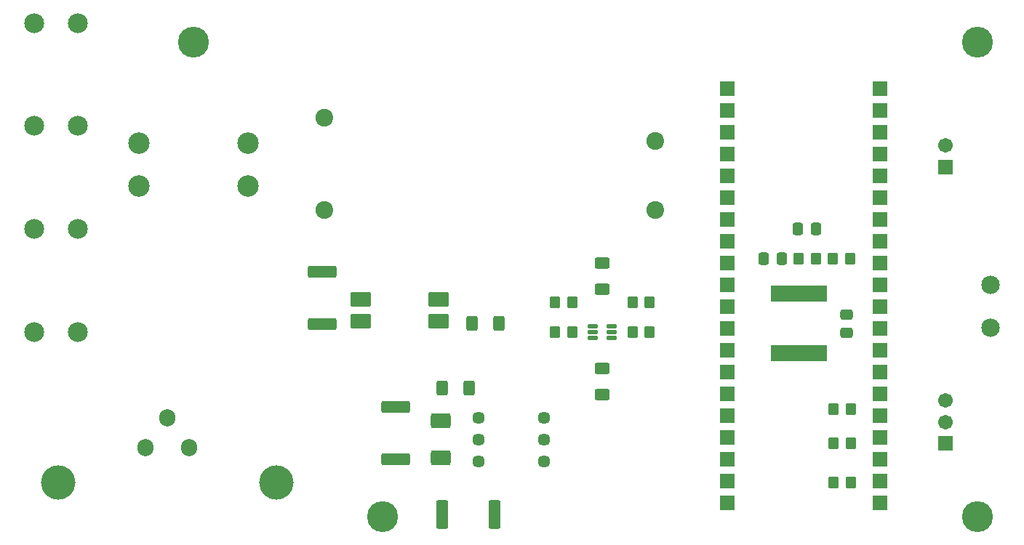
<source format=gbr>
%TF.GenerationSoftware,KiCad,Pcbnew,8.0.9-1.fc41*%
%TF.CreationDate,2025-10-07T12:33:13-07:00*%
%TF.ProjectId,silvia_pid_board,73696c76-6961-45f7-9069-645f626f6172,rev?*%
%TF.SameCoordinates,Original*%
%TF.FileFunction,Soldermask,Bot*%
%TF.FilePolarity,Negative*%
%FSLAX46Y46*%
G04 Gerber Fmt 4.6, Leading zero omitted, Abs format (unit mm)*
G04 Created by KiCad (PCBNEW 8.0.9-1.fc41) date 2025-10-07 12:33:13*
%MOMM*%
%LPD*%
G01*
G04 APERTURE LIST*
G04 Aperture macros list*
%AMRoundRect*
0 Rectangle with rounded corners*
0 $1 Rounding radius*
0 $2 $3 $4 $5 $6 $7 $8 $9 X,Y pos of 4 corners*
0 Add a 4 corners polygon primitive as box body*
4,1,4,$2,$3,$4,$5,$6,$7,$8,$9,$2,$3,0*
0 Add four circle primitives for the rounded corners*
1,1,$1+$1,$2,$3*
1,1,$1+$1,$4,$5*
1,1,$1+$1,$6,$7*
1,1,$1+$1,$8,$9*
0 Add four rect primitives between the rounded corners*
20,1,$1+$1,$2,$3,$4,$5,0*
20,1,$1+$1,$4,$5,$6,$7,0*
20,1,$1+$1,$6,$7,$8,$9,0*
20,1,$1+$1,$8,$9,$2,$3,0*%
G04 Aperture macros list end*
%ADD10C,2.304000*%
%ADD11C,3.600000*%
%ADD12C,2.154000*%
%ADD13RoundRect,0.102000X-0.754000X-0.754000X0.754000X-0.754000X0.754000X0.754000X-0.754000X0.754000X0*%
%ADD14C,2.064000*%
%ADD15RoundRect,0.102000X0.754000X-0.754000X0.754000X0.754000X-0.754000X0.754000X-0.754000X-0.754000X0*%
%ADD16C,1.712000*%
%ADD17C,4.000000*%
%ADD18O,1.905000X2.000000*%
%ADD19C,2.500000*%
%ADD20C,1.447800*%
%ADD21RoundRect,0.250000X-0.400000X-0.625000X0.400000X-0.625000X0.400000X0.625000X-0.400000X0.625000X0*%
%ADD22RoundRect,0.249999X0.450001X1.425001X-0.450001X1.425001X-0.450001X-1.425001X0.450001X-1.425001X0*%
%ADD23RoundRect,0.249999X-1.425001X0.450001X-1.425001X-0.450001X1.425001X-0.450001X1.425001X0.450001X0*%
%ADD24RoundRect,0.250000X0.350000X0.450000X-0.350000X0.450000X-0.350000X-0.450000X0.350000X-0.450000X0*%
%ADD25RoundRect,0.250000X0.337500X0.475000X-0.337500X0.475000X-0.337500X-0.475000X0.337500X-0.475000X0*%
%ADD26RoundRect,0.250000X-0.625000X0.400000X-0.625000X-0.400000X0.625000X-0.400000X0.625000X0.400000X0*%
%ADD27RoundRect,0.085500X-0.256500X0.866500X-0.256500X-0.866500X0.256500X-0.866500X0.256500X0.866500X0*%
%ADD28RoundRect,0.250000X-0.475000X0.337500X-0.475000X-0.337500X0.475000X-0.337500X0.475000X0.337500X0*%
%ADD29RoundRect,0.250000X-0.350000X-0.450000X0.350000X-0.450000X0.350000X0.450000X-0.350000X0.450000X0*%
%ADD30RoundRect,0.249999X1.425001X-0.450001X1.425001X0.450001X-1.425001X0.450001X-1.425001X-0.450001X0*%
%ADD31RoundRect,0.102000X0.500000X-0.150000X0.500000X0.150000X-0.500000X0.150000X-0.500000X-0.150000X0*%
%ADD32RoundRect,0.102000X-1.045000X-0.720000X1.045000X-0.720000X1.045000X0.720000X-1.045000X0.720000X0*%
%ADD33RoundRect,0.250000X0.625000X-0.400000X0.625000X0.400000X-0.625000X0.400000X-0.625000X-0.400000X0*%
%ADD34RoundRect,0.250001X0.899999X-0.612499X0.899999X0.612499X-0.899999X0.612499X-0.899999X-0.612499X0*%
G04 APERTURE END LIST*
D10*
%TO.C,J3*%
X4460000Y-3500000D03*
X9540000Y-3500000D03*
%TD*%
%TO.C,J1*%
X4460000Y-27500000D03*
X9540000Y-27500000D03*
%TD*%
D11*
%TO.C,H4*%
X45000000Y-61000000D03*
%TD*%
%TO.C,H3*%
X23000000Y-5750000D03*
%TD*%
D12*
%TO.C,J7*%
X115750000Y-39000000D03*
X115750000Y-34000000D03*
%TD*%
D11*
%TO.C,H1*%
X114250000Y-5750000D03*
%TD*%
D13*
%TO.C,U4*%
X102890000Y-21300000D03*
X102890000Y-18760000D03*
X102890000Y-23840000D03*
X102890000Y-28920000D03*
X102890000Y-16220000D03*
X102890000Y-41620000D03*
X102890000Y-54320000D03*
X85110000Y-16220000D03*
X85110000Y-28920000D03*
X85110000Y-41620000D03*
X85110000Y-54320000D03*
X85110000Y-11140000D03*
X85110000Y-13680000D03*
X85110000Y-18760000D03*
X85110000Y-21300000D03*
X85110000Y-23840000D03*
X85110000Y-26380000D03*
X85110000Y-31460000D03*
X85110000Y-34000000D03*
X85110000Y-36540000D03*
X85110000Y-39080000D03*
X85110000Y-44160000D03*
X85110000Y-46700000D03*
X85110000Y-49240000D03*
X85110000Y-51780000D03*
X85110000Y-56860000D03*
X85110000Y-59400000D03*
X102890000Y-59400000D03*
X102890000Y-56860000D03*
X102890000Y-51780000D03*
X102890000Y-49240000D03*
X102890000Y-46700000D03*
X102890000Y-44160000D03*
X102890000Y-39080000D03*
X102890000Y-34000000D03*
X102890000Y-31460000D03*
X102890000Y-26380000D03*
X102890000Y-36540000D03*
X102890000Y-11140000D03*
X102890000Y-13680000D03*
%TD*%
D14*
%TO.C,U2*%
X38250000Y-25250000D03*
X38250000Y-14500000D03*
X76750000Y-25250000D03*
X76750000Y-17250000D03*
%TD*%
D15*
%TO.C,J5*%
X110550000Y-20250000D03*
D16*
X110550000Y-17750000D03*
%TD*%
D15*
%TO.C,J6*%
X110550000Y-52500000D03*
D16*
X110550000Y-50000000D03*
X110550000Y-47500000D03*
%TD*%
D10*
%TO.C,J4*%
X4460000Y-39500000D03*
X9540000Y-39500000D03*
%TD*%
D17*
%TO.C,D1*%
X32660000Y-57000000D03*
X7260000Y-57000000D03*
D18*
X22500000Y-53000000D03*
X19960000Y-49500000D03*
X17420000Y-53000000D03*
%TD*%
D19*
%TO.C,F1*%
X16650000Y-17500000D03*
X16650000Y-22500000D03*
X29350000Y-17500000D03*
X29350000Y-22500000D03*
%TD*%
D11*
%TO.C,H2*%
X114250000Y-61000000D03*
%TD*%
D20*
%TO.C,U3*%
X63810000Y-54540000D03*
X63810000Y-52000000D03*
X63810000Y-49460000D03*
X56190000Y-49460000D03*
X56190000Y-52000000D03*
X56190000Y-54540000D03*
%TD*%
D10*
%TO.C,J2*%
X4460000Y-15500000D03*
X9540000Y-15500000D03*
%TD*%
D21*
%TO.C,R4*%
X51950000Y-46000000D03*
X55050000Y-46000000D03*
%TD*%
D22*
%TO.C,R2*%
X58050000Y-60750000D03*
X51950000Y-60750000D03*
%TD*%
D23*
%TO.C,R1*%
X38000000Y-32450000D03*
X38000000Y-38550000D03*
%TD*%
D24*
%TO.C,R9*%
X67090000Y-39500000D03*
X65090000Y-39500000D03*
%TD*%
D25*
%TO.C,C3*%
X91462500Y-30975000D03*
X89387500Y-30975000D03*
%TD*%
D21*
%TO.C,R11*%
X55450000Y-38500000D03*
X58550000Y-38500000D03*
%TD*%
D24*
%TO.C,R14*%
X99500000Y-52500000D03*
X97500000Y-52500000D03*
%TD*%
D26*
%TO.C,R10*%
X70590000Y-43700000D03*
X70590000Y-46800000D03*
%TD*%
D24*
%TO.C,R6*%
X76090000Y-39500000D03*
X74090000Y-39500000D03*
%TD*%
%TO.C,R13*%
X99500000Y-48500000D03*
X97500000Y-48500000D03*
%TD*%
D27*
%TO.C,U6*%
X90575000Y-35040000D03*
X91225000Y-35040000D03*
X91875000Y-35040000D03*
X92525000Y-35040000D03*
X93175000Y-35040000D03*
X93825000Y-35040000D03*
X94475000Y-35040000D03*
X95125000Y-35040000D03*
X95775000Y-35040000D03*
X96425000Y-35040000D03*
X96425000Y-41960000D03*
X95775000Y-41960000D03*
X95125000Y-41960000D03*
X94475000Y-41960000D03*
X93825000Y-41960000D03*
X93175000Y-41960000D03*
X92525000Y-41960000D03*
X91875000Y-41960000D03*
X91225000Y-41960000D03*
X90575000Y-41960000D03*
%TD*%
D28*
%TO.C,C2*%
X99000000Y-37500000D03*
X99000000Y-39575000D03*
%TD*%
D24*
%TO.C,R12*%
X99500000Y-57000000D03*
X97500000Y-57000000D03*
%TD*%
D29*
%TO.C,R7*%
X74090000Y-36000000D03*
X76090000Y-36000000D03*
%TD*%
D30*
%TO.C,R3*%
X46500000Y-54300000D03*
X46500000Y-48200000D03*
%TD*%
D24*
%TO.C,FB1*%
X95425000Y-30975000D03*
X93425000Y-30975000D03*
%TD*%
D31*
%TO.C,U5*%
X69500000Y-40160000D03*
X69500000Y-39500000D03*
X69500000Y-38840000D03*
X71680000Y-38840000D03*
X71680000Y-39500000D03*
X71680000Y-40160000D03*
%TD*%
D24*
%TO.C,R15*%
X99425000Y-30975000D03*
X97425000Y-30975000D03*
%TD*%
D25*
%TO.C,C4*%
X95462500Y-27475000D03*
X93387500Y-27475000D03*
%TD*%
D32*
%TO.C,U1*%
X42460000Y-38270000D03*
X42460000Y-35730000D03*
X51540000Y-35730000D03*
X51540000Y-38270000D03*
%TD*%
D33*
%TO.C,R5*%
X70590000Y-34550000D03*
X70590000Y-31450000D03*
%TD*%
D34*
%TO.C,C1*%
X51750000Y-54162500D03*
X51750000Y-49837500D03*
%TD*%
D24*
%TO.C,R8*%
X67090000Y-36000000D03*
X65090000Y-36000000D03*
%TD*%
M02*

</source>
